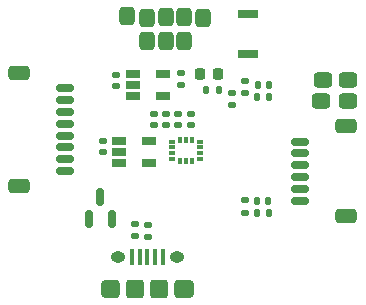
<source format=gbr>
%TF.GenerationSoftware,KiCad,Pcbnew,8.0.6*%
%TF.CreationDate,2025-01-28T20:51:36+01:00*%
%TF.ProjectId,Flight controller goated,466c6967-6874-4206-936f-6e74726f6c6c,rev?*%
%TF.SameCoordinates,Original*%
%TF.FileFunction,Paste,Top*%
%TF.FilePolarity,Positive*%
%FSLAX46Y46*%
G04 Gerber Fmt 4.6, Leading zero omitted, Abs format (unit mm)*
G04 Created by KiCad (PCBNEW 8.0.6) date 2025-01-28 20:51:36*
%MOMM*%
%LPD*%
G01*
G04 APERTURE LIST*
G04 Aperture macros list*
%AMRoundRect*
0 Rectangle with rounded corners*
0 $1 Rounding radius*
0 $2 $3 $4 $5 $6 $7 $8 $9 X,Y pos of 4 corners*
0 Add a 4 corners polygon primitive as box body*
4,1,4,$2,$3,$4,$5,$6,$7,$8,$9,$2,$3,0*
0 Add four circle primitives for the rounded corners*
1,1,$1+$1,$2,$3*
1,1,$1+$1,$4,$5*
1,1,$1+$1,$6,$7*
1,1,$1+$1,$8,$9*
0 Add four rect primitives between the rounded corners*
20,1,$1+$1,$2,$3,$4,$5,0*
20,1,$1+$1,$4,$5,$6,$7,0*
20,1,$1+$1,$6,$7,$8,$9,0*
20,1,$1+$1,$8,$9,$2,$3,0*%
G04 Aperture macros list end*
%ADD10RoundRect,0.135000X-0.185000X0.135000X-0.185000X-0.135000X0.185000X-0.135000X0.185000X0.135000X0*%
%ADD11RoundRect,0.325000X-0.325000X-0.475000X0.325000X-0.475000X0.325000X0.475000X-0.325000X0.475000X0*%
%ADD12RoundRect,0.325000X0.475000X-0.325000X0.475000X0.325000X-0.475000X0.325000X-0.475000X-0.325000X0*%
%ADD13RoundRect,0.135000X-0.135000X-0.185000X0.135000X-0.185000X0.135000X0.185000X-0.135000X0.185000X0*%
%ADD14RoundRect,0.150000X-0.625000X0.150000X-0.625000X-0.150000X0.625000X-0.150000X0.625000X0.150000X0*%
%ADD15RoundRect,0.250000X-0.650000X0.350000X-0.650000X-0.350000X0.650000X-0.350000X0.650000X0.350000X0*%
%ADD16RoundRect,0.218750X0.218750X0.256250X-0.218750X0.256250X-0.218750X-0.256250X0.218750X-0.256250X0*%
%ADD17O,0.890000X1.550000*%
%ADD18O,1.250000X0.950000*%
%ADD19RoundRect,0.100000X-0.100000X-0.575000X0.100000X-0.575000X0.100000X0.575000X-0.100000X0.575000X0*%
%ADD20RoundRect,0.250000X-0.475000X-0.525000X0.475000X-0.525000X0.475000X0.525000X-0.475000X0.525000X0*%
%ADD21RoundRect,0.250000X-0.500000X-0.525000X0.500000X-0.525000X0.500000X0.525000X-0.500000X0.525000X0*%
%ADD22RoundRect,0.147500X0.147500X0.172500X-0.147500X0.172500X-0.147500X-0.172500X0.147500X-0.172500X0*%
%ADD23RoundRect,0.140000X0.140000X0.170000X-0.140000X0.170000X-0.140000X-0.170000X0.140000X-0.170000X0*%
%ADD24RoundRect,0.135000X0.135000X0.185000X-0.135000X0.185000X-0.135000X-0.185000X0.135000X-0.185000X0*%
%ADD25RoundRect,0.140000X0.170000X-0.140000X0.170000X0.140000X-0.170000X0.140000X-0.170000X-0.140000X0*%
%ADD26RoundRect,0.150000X0.150000X-0.587500X0.150000X0.587500X-0.150000X0.587500X-0.150000X-0.587500X0*%
%ADD27RoundRect,0.087500X0.207500X0.087500X-0.207500X0.087500X-0.207500X-0.087500X0.207500X-0.087500X0*%
%ADD28RoundRect,0.087500X0.087500X0.207500X-0.087500X0.207500X-0.087500X-0.207500X0.087500X-0.207500X0*%
%ADD29RoundRect,0.140000X-0.170000X0.140000X-0.170000X-0.140000X0.170000X-0.140000X0.170000X0.140000X0*%
%ADD30R,1.700000X0.800000*%
%ADD31RoundRect,0.081250X-0.528750X-0.243750X0.528750X-0.243750X0.528750X0.243750X-0.528750X0.243750X0*%
%ADD32RoundRect,0.135000X0.185000X-0.135000X0.185000X0.135000X-0.185000X0.135000X-0.185000X-0.135000X0*%
%ADD33RoundRect,0.150000X0.625000X-0.150000X0.625000X0.150000X-0.625000X0.150000X-0.625000X-0.150000X0*%
%ADD34RoundRect,0.250000X0.650000X-0.350000X0.650000X0.350000X-0.650000X0.350000X-0.650000X-0.350000X0*%
G04 APERTURE END LIST*
D10*
%TO.C,R6*%
X78900000Y-109040000D03*
X78900000Y-110060000D03*
%TD*%
D11*
%TO.C,S8*%
X83100000Y-91500000D03*
%TD*%
%TO.C,S9*%
X84700000Y-91550000D03*
%TD*%
D12*
%TO.C,S2*%
X94650000Y-98600000D03*
%TD*%
D13*
%TO.C,R9*%
X89240000Y-108100000D03*
X90260000Y-108100000D03*
%TD*%
D14*
%TO.C,J2*%
X73000000Y-97550000D03*
X73000000Y-98550000D03*
X73000000Y-99550000D03*
X73000000Y-100550000D03*
X73000000Y-101550000D03*
X73000000Y-102550000D03*
X73000000Y-103550000D03*
X73000000Y-104550000D03*
D15*
X69125000Y-96250000D03*
X69125000Y-105850000D03*
%TD*%
D10*
%TO.C,R3*%
X88250000Y-96940000D03*
X88250000Y-97960000D03*
%TD*%
D16*
%TO.C,D3*%
X85975000Y-96300000D03*
X84400000Y-96300000D03*
%TD*%
D17*
%TO.C,J1*%
X76450000Y-114500000D03*
D18*
X77450000Y-111800000D03*
X82450000Y-111800000D03*
D17*
X83450000Y-114500000D03*
D19*
X78650000Y-111800000D03*
X79300000Y-111800000D03*
X79950000Y-111800000D03*
X80600000Y-111800000D03*
X81250000Y-111800000D03*
D20*
X76925000Y-114500000D03*
D21*
X78950000Y-114500000D03*
X80950000Y-114500000D03*
D20*
X82975000Y-114500000D03*
%TD*%
D22*
%TO.C,D2*%
X90300000Y-97300000D03*
X89330000Y-97300000D03*
%TD*%
D23*
%TO.C,C18*%
X90200000Y-107050000D03*
X89240000Y-107050000D03*
%TD*%
D12*
%TO.C,S5*%
X96950000Y-96800000D03*
%TD*%
D11*
%TO.C,S12*%
X83100000Y-93550000D03*
%TD*%
%TO.C,S6*%
X79900000Y-93550000D03*
%TD*%
D24*
%TO.C,R10*%
X90300000Y-98300000D03*
X89280000Y-98300000D03*
%TD*%
D25*
%TO.C,C9*%
X76237500Y-102945000D03*
X76237500Y-101985000D03*
%TD*%
D26*
%TO.C,D1*%
X75037500Y-108637500D03*
X76937500Y-108637500D03*
X75987500Y-106762500D03*
%TD*%
D11*
%TO.C,S11*%
X81500000Y-93550000D03*
%TD*%
D24*
%TO.C,R11*%
X85987500Y-97650000D03*
X84967500Y-97650000D03*
%TD*%
D12*
%TO.C,S3*%
X96950000Y-98600000D03*
%TD*%
D27*
%TO.C,U5*%
X84402500Y-103550000D03*
X84402500Y-103050000D03*
X84402500Y-102550000D03*
X84402500Y-102050000D03*
D28*
X83737500Y-101885000D03*
X83237500Y-101885000D03*
X82737500Y-101885000D03*
D27*
X82072500Y-102050000D03*
X82072500Y-102550000D03*
X82072500Y-103050000D03*
X82072500Y-103550000D03*
D28*
X82737500Y-103715000D03*
X83237500Y-103715000D03*
X83737500Y-103715000D03*
%TD*%
D25*
%TO.C,C8*%
X80487500Y-100645000D03*
X80487500Y-99685000D03*
%TD*%
D11*
%TO.C,S13*%
X78200000Y-91450000D03*
%TD*%
D29*
%TO.C,C25*%
X87150000Y-97970000D03*
X87150000Y-98930000D03*
%TD*%
D10*
%TO.C,R5*%
X80000000Y-109090000D03*
X80000000Y-110110000D03*
%TD*%
D30*
%TO.C,S1*%
X88500000Y-94637500D03*
X88500000Y-91237500D03*
%TD*%
D29*
%TO.C,C15*%
X83637500Y-99685000D03*
X83637500Y-100645000D03*
%TD*%
%TO.C,C12*%
X82800000Y-96290000D03*
X82800000Y-97250000D03*
%TD*%
D31*
%TO.C,U4*%
X78760000Y-96300000D03*
X78760000Y-97240000D03*
X78760000Y-98180000D03*
X81250000Y-98180000D03*
X81250000Y-96300000D03*
%TD*%
D12*
%TO.C,S4*%
X94800000Y-96800000D03*
%TD*%
D32*
%TO.C,R8*%
X88190000Y-108060000D03*
X88190000Y-107040000D03*
%TD*%
D25*
%TO.C,C10*%
X81537500Y-100645000D03*
X81537500Y-99685000D03*
%TD*%
D31*
%TO.C,U3*%
X77592500Y-102025000D03*
X77592500Y-102965000D03*
X77592500Y-103905000D03*
X80082500Y-103905000D03*
X80082500Y-102025000D03*
%TD*%
D11*
%TO.C,S10*%
X79900000Y-91550000D03*
%TD*%
D33*
%TO.C,J3*%
X92875000Y-107050000D03*
X92875000Y-106050000D03*
X92875000Y-105050000D03*
X92875000Y-104050000D03*
X92875000Y-103050000D03*
X92875000Y-102050000D03*
D34*
X96750000Y-108350000D03*
X96750000Y-100750000D03*
%TD*%
D11*
%TO.C,S7*%
X81500000Y-91500000D03*
%TD*%
D25*
%TO.C,C14*%
X82587500Y-100645000D03*
X82587500Y-99685000D03*
%TD*%
%TO.C,C7*%
X77305000Y-97340000D03*
X77305000Y-96380000D03*
%TD*%
M02*

</source>
